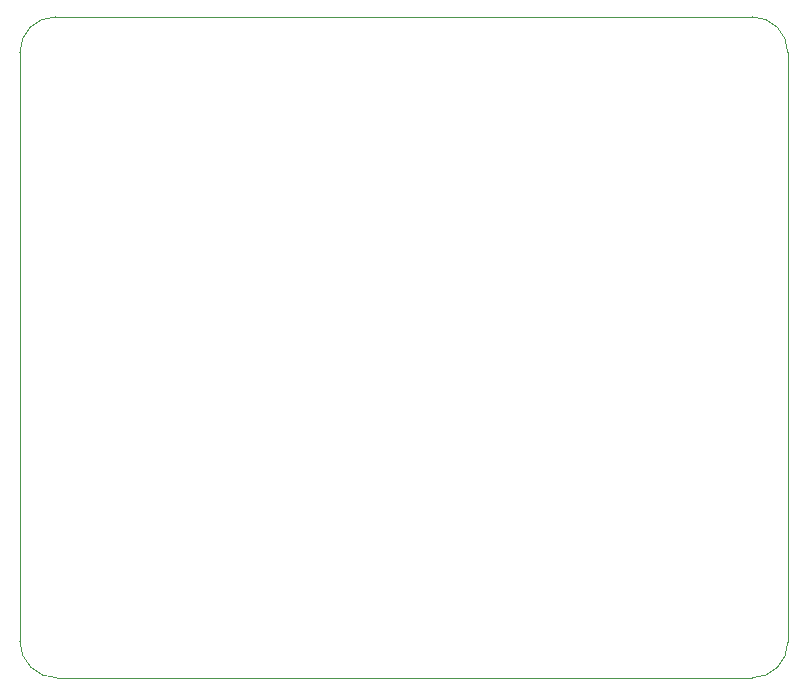
<source format=gm1>
G04 #@! TF.GenerationSoftware,KiCad,Pcbnew,(5.1.5-0-10_14)*
G04 #@! TF.CreationDate,2020-04-19T22:53:18-04:00*
G04 #@! TF.ProjectId,RPi-pHat-Thermocouple,5250692d-7048-4617-942d-546865726d6f,rev?*
G04 #@! TF.SameCoordinates,Original*
G04 #@! TF.FileFunction,Profile,NP*
%FSLAX46Y46*%
G04 Gerber Fmt 4.6, Leading zero omitted, Abs format (unit mm)*
G04 Created by KiCad (PCBNEW (5.1.5-0-10_14)) date 2020-04-19 22:53:18*
%MOMM*%
%LPD*%
G04 APERTURE LIST*
%ADD10C,0.100000*%
G04 APERTURE END LIST*
D10*
X74512500Y-80465983D02*
G75*
G03X77502500Y-77466000I-10000J2999983D01*
G01*
X12492500Y-77376000D02*
G75*
G03X15622359Y-80464700I3119859J31300D01*
G01*
X15500000Y-24499957D02*
G75*
G03X12500000Y-27516000I0J-3000043D01*
G01*
X77500000Y-27500000D02*
G75*
G03X74500000Y-24500000I-3000000J0D01*
G01*
X12500000Y-27516000D02*
X12492500Y-77376000D01*
X15622359Y-80464700D02*
X74512500Y-80465983D01*
X77500000Y-27500000D02*
X77502500Y-77466000D01*
X15500000Y-24499957D02*
X74500000Y-24500000D01*
M02*

</source>
